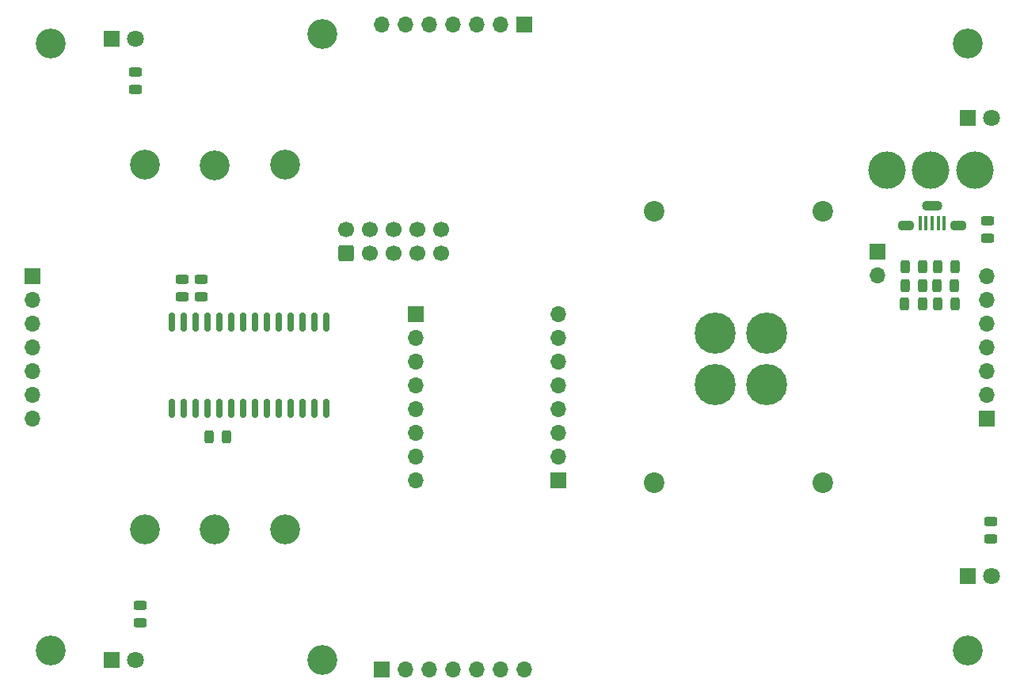
<source format=gts>
G04 #@! TF.GenerationSoftware,KiCad,Pcbnew,(5.99.0-7087-g754e8e912c)*
G04 #@! TF.CreationDate,2020-12-17T20:12:46+00:00*
G04 #@! TF.ProjectId,nesta proto 2.1,6e657374-6120-4707-926f-746f20322e31,rev?*
G04 #@! TF.SameCoordinates,Original*
G04 #@! TF.FileFunction,Soldermask,Top*
G04 #@! TF.FilePolarity,Negative*
%FSLAX46Y46*%
G04 Gerber Fmt 4.6, Leading zero omitted, Abs format (unit mm)*
G04 Created by KiCad (PCBNEW (5.99.0-7087-g754e8e912c)) date 2020-12-17 20:12:46*
%MOMM*%
%LPD*%
G01*
G04 APERTURE LIST*
G04 Aperture macros list*
%AMRoundRect*
0 Rectangle with rounded corners*
0 $1 Rounding radius*
0 $2 $3 $4 $5 $6 $7 $8 $9 X,Y pos of 4 corners*
0 Add a 4 corners polygon primitive as box body*
4,1,4,$2,$3,$4,$5,$6,$7,$8,$9,$2,$3,0*
0 Add four circle primitives for the rounded corners*
1,1,$1+$1,$2,$3,0*
1,1,$1+$1,$4,$5,0*
1,1,$1+$1,$6,$7,0*
1,1,$1+$1,$8,$9,0*
0 Add four rect primitives between the rounded corners*
20,1,$1+$1,$2,$3,$4,$5,0*
20,1,$1+$1,$4,$5,$6,$7,0*
20,1,$1+$1,$6,$7,$8,$9,0*
20,1,$1+$1,$8,$9,$2,$3,0*%
G04 Aperture macros list end*
%ADD10RoundRect,0.243750X0.456250X-0.243750X0.456250X0.243750X-0.456250X0.243750X-0.456250X-0.243750X0*%
%ADD11RoundRect,0.243750X0.243750X0.456250X-0.243750X0.456250X-0.243750X-0.456250X0.243750X-0.456250X0*%
%ADD12C,3.200000*%
%ADD13RoundRect,0.243750X-0.456250X0.243750X-0.456250X-0.243750X0.456250X-0.243750X0.456250X0.243750X0*%
%ADD14C,4.400000*%
%ADD15C,0.700000*%
%ADD16R,1.800000X1.800000*%
%ADD17C,1.800000*%
%ADD18RoundRect,0.150000X-0.150000X0.875000X-0.150000X-0.875000X0.150000X-0.875000X0.150000X0.875000X0*%
%ADD19R,1.700000X1.700000*%
%ADD20O,1.700000X1.700000*%
%ADD21C,2.200000*%
%ADD22RoundRect,0.250000X0.600000X-0.600000X0.600000X0.600000X-0.600000X0.600000X-0.600000X-0.600000X0*%
%ADD23C,1.700000*%
%ADD24R,0.450000X1.500000*%
%ADD25O,2.200000X1.100000*%
%ADD26O,1.800000X1.100000*%
%ADD27C,4.000000*%
G04 APERTURE END LIST*
D10*
X207137000Y-101854000D03*
X207137000Y-99979000D03*
D11*
X200137500Y-108900000D03*
X198262500Y-108900000D03*
D12*
X117000000Y-133000000D03*
X205000000Y-146000000D03*
D11*
X200162500Y-106900000D03*
X198287500Y-106900000D03*
D12*
X107000000Y-81000000D03*
X124500000Y-94050000D03*
D10*
X116000000Y-85937500D03*
X116000000Y-84062500D03*
D13*
X116500000Y-141125000D03*
X116500000Y-143000000D03*
D14*
X178000000Y-112000000D03*
D15*
X176833274Y-113166726D03*
X176833274Y-110833274D03*
X179166726Y-113166726D03*
X179166726Y-110833274D03*
X179650000Y-112000000D03*
X176350000Y-112000000D03*
X178000000Y-113650000D03*
X178000000Y-110350000D03*
X176833274Y-116333274D03*
X178000000Y-119150000D03*
X179166726Y-118666726D03*
X176350000Y-117500000D03*
X178000000Y-115850000D03*
D14*
X178000000Y-117500000D03*
D15*
X176833274Y-118666726D03*
X179166726Y-116333274D03*
X179650000Y-117500000D03*
D12*
X132000000Y-133000000D03*
D16*
X113500000Y-80500000D03*
D17*
X116040000Y-80500000D03*
D12*
X136000000Y-147000000D03*
X117000000Y-94000000D03*
D13*
X207500000Y-132125000D03*
X207500000Y-134000000D03*
D18*
X136398000Y-110793000D03*
X135128000Y-110793000D03*
X133858000Y-110793000D03*
X132588000Y-110793000D03*
X131318000Y-110793000D03*
X130048000Y-110793000D03*
X128778000Y-110793000D03*
X127508000Y-110793000D03*
X126238000Y-110793000D03*
X124968000Y-110793000D03*
X123698000Y-110793000D03*
X122428000Y-110793000D03*
X121158000Y-110793000D03*
X119888000Y-110793000D03*
X119888000Y-120093000D03*
X121158000Y-120093000D03*
X122428000Y-120093000D03*
X123698000Y-120093000D03*
X124968000Y-120093000D03*
X126238000Y-120093000D03*
X127508000Y-120093000D03*
X128778000Y-120093000D03*
X130048000Y-120093000D03*
X131318000Y-120093000D03*
X132588000Y-120093000D03*
X133858000Y-120093000D03*
X135128000Y-120093000D03*
X136398000Y-120093000D03*
D19*
X146000000Y-110000000D03*
D20*
X146000000Y-112540000D03*
X146000000Y-115080000D03*
X146000000Y-117620000D03*
X146000000Y-120160000D03*
X146000000Y-122700000D03*
X146000000Y-125240000D03*
X146000000Y-127780000D03*
D19*
X157600000Y-79000000D03*
D20*
X155060000Y-79000000D03*
X152520000Y-79000000D03*
X149980000Y-79000000D03*
X147440000Y-79000000D03*
X144900000Y-79000000D03*
X142360000Y-79000000D03*
D16*
X113460000Y-147000000D03*
D17*
X116000000Y-147000000D03*
D21*
X189500000Y-128000000D03*
D11*
X203600000Y-106900000D03*
X201725000Y-106900000D03*
D19*
X105000000Y-105880000D03*
D20*
X105000000Y-108420000D03*
X105000000Y-110960000D03*
X105000000Y-113500000D03*
X105000000Y-116040000D03*
X105000000Y-118580000D03*
X105000000Y-121120000D03*
D12*
X136000000Y-80000000D03*
X124500000Y-133000000D03*
D13*
X121031000Y-106250500D03*
X121031000Y-108125500D03*
D12*
X107000000Y-146000000D03*
D21*
X171500000Y-128000000D03*
D12*
X205000000Y-81000000D03*
D11*
X203662500Y-104900000D03*
X201787500Y-104900000D03*
D21*
X189500000Y-99000000D03*
D13*
X123031000Y-106250500D03*
X123031000Y-108125500D03*
D11*
X200162500Y-104900000D03*
X198287500Y-104900000D03*
D21*
X171500000Y-99000000D03*
D15*
X182333274Y-116333274D03*
X183500000Y-115850000D03*
X184666726Y-116333274D03*
X184666726Y-118666726D03*
D14*
X183500000Y-117500000D03*
D15*
X181850000Y-117500000D03*
X182333274Y-118666726D03*
X185150000Y-117500000D03*
X183500000Y-119150000D03*
D16*
X205000000Y-89000000D03*
D17*
X207540000Y-89000000D03*
D19*
X142380000Y-148000000D03*
D20*
X144920000Y-148000000D03*
X147460000Y-148000000D03*
X150000000Y-148000000D03*
X152540000Y-148000000D03*
X155080000Y-148000000D03*
X157620000Y-148000000D03*
D22*
X138500000Y-103500000D03*
D23*
X138500000Y-100960000D03*
X141040000Y-103500000D03*
X141040000Y-100960000D03*
X143580000Y-103500000D03*
X143580000Y-100960000D03*
X146120000Y-103500000D03*
X146120000Y-100960000D03*
X148660000Y-103500000D03*
X148660000Y-100960000D03*
D19*
X207000000Y-121120000D03*
D20*
X207000000Y-118580000D03*
X207000000Y-116040000D03*
X207000000Y-113500000D03*
X207000000Y-110960000D03*
X207000000Y-108420000D03*
X207000000Y-105880000D03*
D24*
X202500000Y-100275000D03*
X201850000Y-100275000D03*
X201200000Y-100275000D03*
X200550000Y-100275000D03*
X199900000Y-100275000D03*
D25*
X201200000Y-98375000D03*
D26*
X204000000Y-100525000D03*
X198400000Y-100525000D03*
D11*
X125730000Y-123063000D03*
X123855000Y-123063000D03*
D15*
X183500000Y-113650000D03*
X181850000Y-112000000D03*
X185150000Y-112000000D03*
X184666726Y-110833274D03*
X183500000Y-110350000D03*
X182333274Y-110833274D03*
X182333274Y-113166726D03*
X184666726Y-113166726D03*
D14*
X183500000Y-112000000D03*
D19*
X195326000Y-103251000D03*
D20*
X195326000Y-105791000D03*
D27*
X201041000Y-94583000D03*
X205741000Y-94583000D03*
X196341000Y-94583000D03*
D16*
X205000000Y-138000000D03*
D17*
X207540000Y-138000000D03*
D11*
X203637500Y-108900000D03*
X201762500Y-108900000D03*
D19*
X161240000Y-127780000D03*
D20*
X161240000Y-125240000D03*
X161240000Y-122700000D03*
X161240000Y-120160000D03*
X161240000Y-117620000D03*
X161240000Y-115080000D03*
X161240000Y-112540000D03*
X161240000Y-110000000D03*
D12*
X132000000Y-94000000D03*
M02*

</source>
